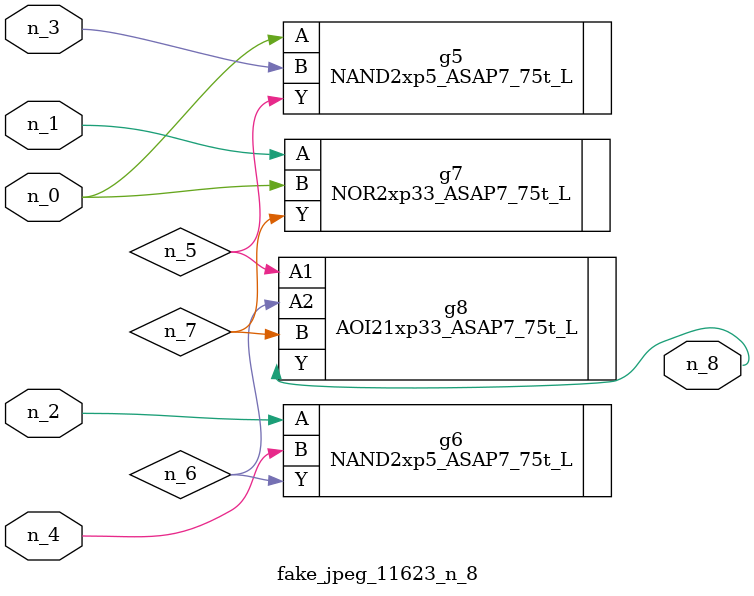
<source format=v>
module fake_jpeg_11623_n_8 (n_3, n_2, n_1, n_0, n_4, n_8);

input n_3;
input n_2;
input n_1;
input n_0;
input n_4;

output n_8;

wire n_6;
wire n_5;
wire n_7;

NAND2xp5_ASAP7_75t_L g5 ( 
.A(n_0),
.B(n_3),
.Y(n_5)
);

NAND2xp5_ASAP7_75t_L g6 ( 
.A(n_2),
.B(n_4),
.Y(n_6)
);

NOR2xp33_ASAP7_75t_L g7 ( 
.A(n_1),
.B(n_0),
.Y(n_7)
);

AOI21xp33_ASAP7_75t_L g8 ( 
.A1(n_5),
.A2(n_6),
.B(n_7),
.Y(n_8)
);


endmodule
</source>
